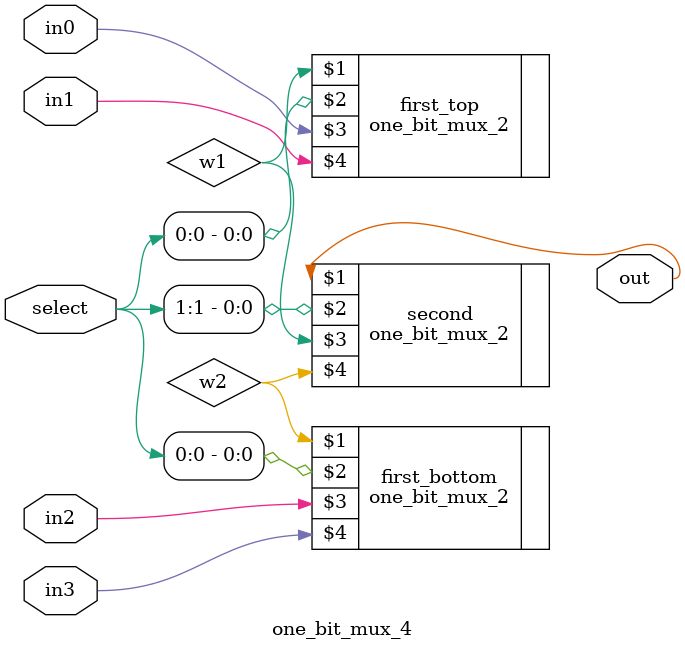
<source format=v>
module one_bit_mux_4(out, select, in0, in1, in2, in3);
    input [1:0] select;
    input in0, in1, in2, in3;
    output out;
    wire w1, w2;
    one_bit_mux_2 first_top(w1, select[0], in0, in1);
    one_bit_mux_2 first_bottom(w2, select[0], in2, in3);
    one_bit_mux_2 second(out, select[1], w1, w2);
endmodule
</source>
